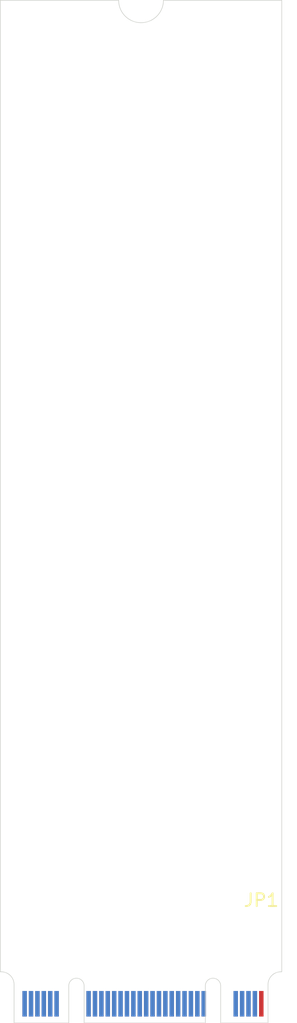
<source format=kicad_pcb>
(kicad_pcb (version 20171130) (host pcbnew "(5.1.4)-1")

  (general
    (thickness 0.8)
    (drawings 20)
    (tracks 0)
    (zones 0)
    (modules 1)
    (nets 1)
  )

  (page A4)
  (layers
    (0 F.Cu signal)
    (31 B.Cu signal)
    (32 B.Adhes user)
    (33 F.Adhes user)
    (34 B.Paste user)
    (35 F.Paste user)
    (36 B.SilkS user)
    (37 F.SilkS user)
    (38 B.Mask user)
    (39 F.Mask user)
    (40 Dwgs.User user)
    (41 Cmts.User user)
    (42 Eco1.User user)
    (43 Eco2.User user)
    (44 Edge.Cuts user)
    (45 Margin user)
    (46 B.CrtYd user)
    (47 F.CrtYd user)
    (48 B.Fab user)
    (49 F.Fab user)
  )

  (setup
    (last_trace_width 0.25)
    (trace_clearance 0.2)
    (zone_clearance 0.508)
    (zone_45_only no)
    (trace_min 0.2)
    (via_size 0.8)
    (via_drill 0.4)
    (via_min_size 0.4)
    (via_min_drill 0.3)
    (uvia_size 0.3)
    (uvia_drill 0.1)
    (uvias_allowed no)
    (uvia_min_size 0.2)
    (uvia_min_drill 0.1)
    (edge_width 0.05)
    (segment_width 0.2)
    (pcb_text_width 0.3)
    (pcb_text_size 1.5 1.5)
    (mod_edge_width 0.12)
    (mod_text_size 1 1)
    (mod_text_width 0.15)
    (pad_size 1.524 1.524)
    (pad_drill 0.762)
    (pad_to_mask_clearance 0.051)
    (solder_mask_min_width 0.25)
    (aux_axis_origin 0 0)
    (visible_elements FFFFFB7F)
    (pcbplotparams
      (layerselection 0x010fc_ffffffff)
      (usegerberextensions false)
      (usegerberattributes false)
      (usegerberadvancedattributes false)
      (creategerberjobfile false)
      (excludeedgelayer true)
      (linewidth 0.100000)
      (plotframeref false)
      (viasonmask false)
      (mode 1)
      (useauxorigin false)
      (hpglpennumber 1)
      (hpglpenspeed 20)
      (hpglpendiameter 15.000000)
      (psnegative false)
      (psa4output false)
      (plotreference true)
      (plotvalue true)
      (plotinvisibletext false)
      (padsonsilk false)
      (subtractmaskfromsilk false)
      (outputformat 1)
      (mirror false)
      (drillshape 1)
      (scaleselection 1)
      (outputdirectory ""))
  )

  (net 0 "")

  (net_class Default "Esta es la clase de red por defecto."
    (clearance 0.2)
    (trace_width 0.25)
    (via_dia 0.8)
    (via_drill 0.4)
    (uvia_dia 0.3)
    (uvia_drill 0.1)
    (add_net "Net-(JP1-Pad1)")
    (add_net "Net-(JP1-Pad10)")
    (add_net "Net-(JP1-Pad11)")
    (add_net "Net-(JP1-Pad2)")
    (add_net "Net-(JP1-Pad21)")
    (add_net "Net-(JP1-Pad22)")
    (add_net "Net-(JP1-Pad23)")
    (add_net "Net-(JP1-Pad24)")
    (add_net "Net-(JP1-Pad25)")
    (add_net "Net-(JP1-Pad26)")
    (add_net "Net-(JP1-Pad27)")
    (add_net "Net-(JP1-Pad28)")
    (add_net "Net-(JP1-Pad29)")
    (add_net "Net-(JP1-Pad3)")
    (add_net "Net-(JP1-Pad30)")
    (add_net "Net-(JP1-Pad31)")
    (add_net "Net-(JP1-Pad32)")
    (add_net "Net-(JP1-Pad33)")
    (add_net "Net-(JP1-Pad34)")
    (add_net "Net-(JP1-Pad35)")
    (add_net "Net-(JP1-Pad36)")
    (add_net "Net-(JP1-Pad37)")
    (add_net "Net-(JP1-Pad38)")
    (add_net "Net-(JP1-Pad39)")
    (add_net "Net-(JP1-Pad4)")
    (add_net "Net-(JP1-Pad40)")
    (add_net "Net-(JP1-Pad41)")
    (add_net "Net-(JP1-Pad42)")
    (add_net "Net-(JP1-Pad43)")
    (add_net "Net-(JP1-Pad44)")
    (add_net "Net-(JP1-Pad45)")
    (add_net "Net-(JP1-Pad46)")
    (add_net "Net-(JP1-Pad47)")
    (add_net "Net-(JP1-Pad48)")
    (add_net "Net-(JP1-Pad49)")
    (add_net "Net-(JP1-Pad5)")
    (add_net "Net-(JP1-Pad50)")
    (add_net "Net-(JP1-Pad51)")
    (add_net "Net-(JP1-Pad52)")
    (add_net "Net-(JP1-Pad53)")
    (add_net "Net-(JP1-Pad54)")
    (add_net "Net-(JP1-Pad55)")
    (add_net "Net-(JP1-Pad56)")
    (add_net "Net-(JP1-Pad57)")
    (add_net "Net-(JP1-Pad58)")
    (add_net "Net-(JP1-Pad6)")
    (add_net "Net-(JP1-Pad67)")
    (add_net "Net-(JP1-Pad68)")
    (add_net "Net-(JP1-Pad69)")
    (add_net "Net-(JP1-Pad7)")
    (add_net "Net-(JP1-Pad70)")
    (add_net "Net-(JP1-Pad71)")
    (add_net "Net-(JP1-Pad72)")
    (add_net "Net-(JP1-Pad73)")
    (add_net "Net-(JP1-Pad74)")
    (add_net "Net-(JP1-Pad75)")
    (add_net "Net-(JP1-Pad8)")
    (add_net "Net-(JP1-Pad9)")
  )

  (module SATA:SATA_PINOUT (layer F.Cu) (tedit 603420B5) (tstamp 60348340)
    (at 20.4 -1.5 180)
    (path /6034B115/6034B26A)
    (fp_text reference JP1 (at 0 8.1) (layer F.SilkS)
      (effects (font (size 1 1) (thickness 0.15)))
    )
    (fp_text value PINOUT (at 0 7.1) (layer F.Fab)
      (effects (font (size 1 1) (thickness 0.15)))
    )
    (pad 8 smd rect (at 17 0 180) (size 0.35 2) (layers B.Cu B.Paste B.Mask))
    (pad 44 smd rect (at 8 0 180) (size 0.35 2) (layers B.Cu B.Paste B.Mask))
    (pad 68 smd rect (at 2 0 180) (size 0.35 2) (layers B.Cu B.Paste B.Mask))
    (pad 34 smd rect (at 10.5 0 180) (size 0.35 2) (layers B.Cu B.Paste B.Mask))
    (pad 36 smd rect (at 10 0 180) (size 0.35 2) (layers B.Cu B.Paste B.Mask))
    (pad 52 smd rect (at 6 0 180) (size 0.35 2) (layers B.Cu B.Paste B.Mask))
    (pad 40 smd rect (at 9 0 180) (size 0.35 2) (layers B.Cu B.Paste B.Mask))
    (pad 58 smd rect (at 4.5 0 180) (size 0.35 2) (layers B.Cu B.Paste B.Mask))
    (pad 54 smd rect (at 5.5 0 180) (size 0.35 2) (layers B.Cu B.Paste B.Mask))
    (pad 46 smd rect (at 7.5 0 180) (size 0.35 2) (layers B.Cu B.Paste B.Mask))
    (pad 28 smd rect (at 12 0 180) (size 0.35 2) (layers B.Cu B.Paste B.Mask))
    (pad 56 smd rect (at 5 0 180) (size 0.35 2) (layers B.Cu B.Paste B.Mask))
    (pad 50 smd rect (at 6.5 0 180) (size 0.35 2) (layers B.Cu B.Paste B.Mask))
    (pad 72 smd rect (at 1 0 180) (size 0.35 2) (layers B.Cu B.Paste B.Mask))
    (pad 74 smd rect (at 0.5 0 180) (size 0.35 2) (layers B.Cu B.Paste B.Mask))
    (pad 70 smd rect (at 1.5 0 180) (size 0.35 2) (layers B.Cu B.Paste B.Mask))
    (pad 42 smd rect (at 8.5 0 180) (size 0.35 2) (layers B.Cu B.Paste B.Mask))
    (pad 32 smd rect (at 11 0 180) (size 0.35 2) (layers B.Cu B.Paste B.Mask))
    (pad 24 smd rect (at 13 0 180) (size 0.35 2) (layers B.Cu B.Paste B.Mask))
    (pad 26 smd rect (at 12.5 0 180) (size 0.35 2) (layers B.Cu B.Paste B.Mask))
    (pad 2 smd rect (at 18.5 0 180) (size 0.35 2) (layers B.Cu B.Paste B.Mask))
    (pad 4 smd rect (at 18 0 180) (size 0.35 2) (layers B.Cu B.Paste B.Mask))
    (pad 30 smd rect (at 11.5 0 180) (size 0.35 2) (layers B.Cu B.Paste B.Mask))
    (pad 22 smd rect (at 13.5 0 180) (size 0.35 2) (layers B.Cu B.Paste B.Mask))
    (pad 6 smd rect (at 17.5 0 180) (size 0.35 2) (layers B.Cu B.Paste B.Mask))
    (pad 10 smd rect (at 16.5 0 180) (size 0.35 2) (layers B.Cu B.Paste B.Mask))
    (pad 48 smd rect (at 7 0 180) (size 0.35 2) (layers B.Cu B.Paste B.Mask))
    (pad 38 smd rect (at 9.5 0 180) (size 0.35 2) (layers B.Cu B.Paste B.Mask))
    (pad 12 smd rect (at 16 0 180) (size 0.35 2) (layers B.Cu B.Paste B.Mask))
    (pad 7 smd rect (at 17 0 180) (size 0.35 2) (layers F.Cu F.Paste F.Mask))
    (pad 1 smd rect (at 18.5 0 180) (size 0.35 2) (layers F.Cu F.Paste F.Mask))
    (pad 3 smd rect (at 18 0 180) (size 0.35 2) (layers F.Cu F.Paste F.Mask))
    (pad 5 smd rect (at 17.5 0 180) (size 0.35 2) (layers F.Cu F.Paste F.Mask))
    (pad 9 smd rect (at 16.5 0 180) (size 0.35 2) (layers F.Cu F.Paste F.Mask))
    (pad 11 smd rect (at 16 0 180) (size 0.35 2) (layers F.Cu F.Paste F.Mask))
    (pad 25 smd rect (at 12.5 0 180) (size 0.35 2) (layers F.Cu F.Paste))
    (pad 21 smd rect (at 13.5 0 180) (size 0.35 2) (layers F.Cu F.Paste))
    (pad 23 smd rect (at 13 0 180) (size 0.35 2) (layers F.Cu F.Paste))
    (pad 35 smd rect (at 10 0 180) (size 0.35 2) (layers F.Cu F.Paste))
    (pad 27 smd rect (at 12 0 180) (size 0.35 2) (layers F.Cu F.Paste))
    (pad 29 smd rect (at 11.5 0 180) (size 0.35 2) (layers F.Cu F.Paste))
    (pad 31 smd rect (at 11 0 180) (size 0.35 2) (layers F.Cu F.Paste))
    (pad 33 smd rect (at 10.5 0 180) (size 0.35 2) (layers F.Cu F.Paste))
    (pad 45 smd rect (at 7.5 0 180) (size 0.35 2) (layers F.Cu F.Paste))
    (pad 37 smd rect (at 9.5 0 180) (size 0.35 2) (layers F.Cu F.Paste))
    (pad 39 smd rect (at 9 0 180) (size 0.35 2) (layers F.Cu F.Paste))
    (pad 41 smd rect (at 8.5 0 180) (size 0.35 2) (layers F.Cu F.Paste))
    (pad 43 smd rect (at 8 0 180) (size 0.35 2) (layers F.Cu F.Paste))
    (pad 55 smd rect (at 5 0 180) (size 0.35 2) (layers F.Cu F.Paste))
    (pad 47 smd rect (at 7 0 180) (size 0.35 2) (layers F.Cu F.Paste))
    (pad 49 smd rect (at 6.5 0 180) (size 0.35 2) (layers F.Cu F.Paste))
    (pad 51 smd rect (at 6 0 180) (size 0.35 2) (layers F.Cu F.Paste))
    (pad 53 smd rect (at 5.5 0 180) (size 0.35 2) (layers F.Cu F.Paste))
    (pad 57 smd rect (at 4.5 0 180) (size 0.35 2) (layers F.Cu F.Paste))
    (pad 67 smd rect (at 2 0 180) (size 0.35 2) (layers F.Cu F.Paste F.Mask))
    (pad 69 smd rect (at 1.5 0 180) (size 0.35 2) (layers F.Cu F.Paste F.Mask))
    (pad 71 smd rect (at 1 0 180) (size 0.35 2) (layers F.Cu F.Paste F.Mask))
    (pad 73 smd rect (at 0.5 0 180) (size 0.35 2) (layers F.Cu F.Paste F.Mask))
    (pad 75 smd rect (at 0 0 180) (size 0.35 2) (layers F.Cu F.Paste F.Mask))
  )

  (gr_arc (start 16.625 -2.9) (end 17.225 -2.9) (angle -180) (layer Edge.Cuts) (width 0.05))
  (gr_arc (start 5.95 -2.9) (end 6.55 -2.9) (angle -180) (layer Edge.Cuts) (width 0.05))
  (gr_line (start 17.225 0) (end 17.225 -2.9) (layer Edge.Cuts) (width 0.05))
  (gr_line (start 5.35 -2.9) (end 5.35 0) (layer Edge.Cuts) (width 0.05))
  (gr_line (start 5.35 0) (end 1.075 0) (layer Edge.Cuts) (width 0.05))
  (gr_line (start 16.025 0) (end 6.55 0) (layer Edge.Cuts) (width 0.05))
  (gr_line (start 16.025 -2.9) (end 16.025 0) (layer Edge.Cuts) (width 0.05))
  (gr_line (start 20.925 0) (end 17.225 0) (layer Edge.Cuts) (width 0.05))
  (gr_line (start 6.55 0) (end 6.55 -2.9) (layer Edge.Cuts) (width 0.05))
  (gr_arc (start 11 -80) (end 9.25 -80) (angle -180) (layer Edge.Cuts) (width 0.05))
  (gr_arc (start 21.925 -3) (end 21.925 -4) (angle -90) (layer Edge.Cuts) (width 0.05))
  (gr_arc (start 0.075 -3) (end 1.075 -3) (angle -90) (layer Edge.Cuts) (width 0.05))
  (gr_line (start 0.075 -4) (end 0 -4) (layer Edge.Cuts) (width 0.05))
  (gr_line (start 22 -80) (end 22 -4) (layer Edge.Cuts) (width 0.05))
  (gr_line (start 12.75 -80) (end 22 -80) (layer Edge.Cuts) (width 0.05))
  (gr_line (start 22 -4) (end 21.925 -4) (layer Edge.Cuts) (width 0.05))
  (gr_line (start 20.925 -3) (end 20.925 0) (layer Edge.Cuts) (width 0.05))
  (gr_line (start 0 -80) (end 9.25 -80) (layer Edge.Cuts) (width 0.05))
  (gr_line (start 0 -4) (end 0 -80) (layer Edge.Cuts) (width 0.05))
  (gr_line (start 1.075 0) (end 1.075 -3) (layer Edge.Cuts) (width 0.05))

)

</source>
